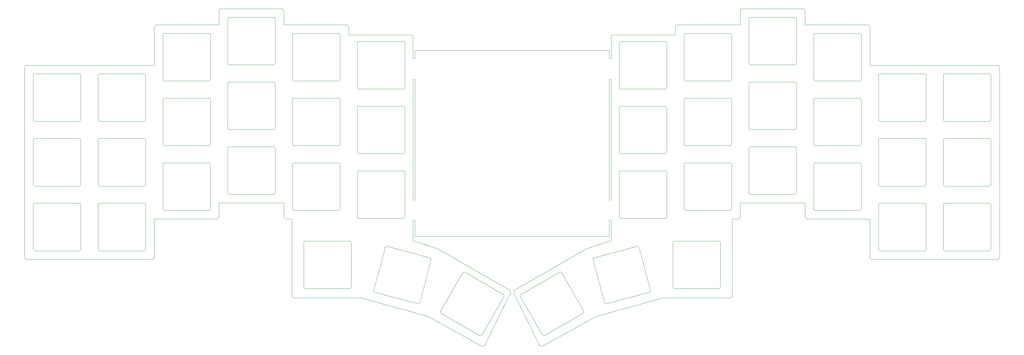
<source format=gbr>
%TF.GenerationSoftware,KiCad,Pcbnew,7.0.2-6a45011f42~172~ubuntu22.04.1*%
%TF.CreationDate,2023-05-03T16:23:02+02:00*%
%TF.ProjectId,plate,706c6174-652e-46b6-9963-61645f706362,rev?*%
%TF.SameCoordinates,Original*%
%TF.FileFunction,Profile,NP*%
%FSLAX46Y46*%
G04 Gerber Fmt 4.6, Leading zero omitted, Abs format (unit mm)*
G04 Created by KiCad (PCBNEW 7.0.2-6a45011f42~172~ubuntu22.04.1) date 2023-05-03 16:23:02*
%MOMM*%
%LPD*%
G01*
G04 APERTURE LIST*
%TA.AperFunction,Profile*%
%ADD10C,0.100000*%
%TD*%
%TA.AperFunction,Profile*%
%ADD11C,0.050000*%
%TD*%
G04 APERTURE END LIST*
D10*
X256287218Y-75834004D02*
G75*
G03*
X255691904Y-76429313I-118J-595196D01*
G01*
X197492723Y-124420417D02*
X198088036Y-124420413D01*
X159544073Y-68690240D02*
G75*
G03*
X158948692Y-68094927I-595273J40D01*
G01*
X312095328Y-68094926D02*
X294235936Y-68094929D01*
X331740658Y-84763692D02*
X331740655Y-73452745D01*
X312690621Y-129412165D02*
G75*
G03*
X313285955Y-130007479I595479J165D01*
G01*
X294235936Y-68094923D02*
G75*
G03*
X293640623Y-68690240I-136J-595177D01*
G01*
X255691904Y-76429313D02*
X255691905Y-82748509D01*
X293640623Y-68690240D02*
X293640621Y-72857433D01*
X196897410Y-75833996D02*
X178594023Y-75833998D01*
X291259369Y-152629373D02*
X291259370Y-130007481D01*
X197492723Y-136326677D02*
X197492724Y-130373547D01*
X159544007Y-125244976D02*
X159544006Y-129412165D01*
X331740665Y-73452745D02*
G75*
G03*
X331145344Y-72857435I-595265J45D01*
G01*
X312690641Y-72857431D02*
X312690637Y-68690242D01*
X234704634Y-167337840D02*
G75*
G03*
X235299951Y-167512199I446566J421240D01*
G01*
X312690639Y-125244973D02*
X312690637Y-129412165D01*
X248548149Y-138707931D02*
X227204062Y-150999028D01*
X197492724Y-88930884D02*
X198088037Y-88930880D01*
X122039285Y-72857474D02*
G75*
G03*
X121443974Y-73452746I-85J-595226D01*
G01*
X235299951Y-167512199D02*
X251373401Y-158582505D01*
X369840709Y-85359002D02*
G75*
G03*
X369245374Y-84763691I-595309J2D01*
G01*
X159544019Y-129412165D02*
G75*
G03*
X160139321Y-130007481I595281J-35D01*
G01*
X255096596Y-80367257D02*
X198088032Y-80367255D01*
X197492723Y-82748507D02*
X197492724Y-76429311D01*
X293045310Y-130007424D02*
G75*
G03*
X293640624Y-129412166I-110J595424D01*
G01*
X227204047Y-150999018D02*
G75*
G03*
X227116882Y-151804817I730953J-486682D01*
G01*
X198088032Y-80367255D02*
X198088036Y-82748503D01*
X161925258Y-130007481D02*
X161925258Y-152629372D01*
X161925314Y-152629372D02*
G75*
G03*
X162520571Y-153224686I595386J72D01*
G01*
X178594070Y-73452746D02*
G75*
G03*
X177998711Y-72857430I-595270J46D01*
G01*
X121443974Y-84763694D02*
X83939254Y-84763692D01*
X293640624Y-129412166D02*
X293640623Y-125244975D01*
X312690674Y-68690242D02*
G75*
G03*
X312095328Y-68094926I-595374J-58D01*
G01*
X369245374Y-84763691D02*
X331740658Y-84763692D01*
X140493991Y-72857433D02*
X122039285Y-72857431D01*
X159544008Y-72857436D02*
X159544006Y-68690240D01*
X291259370Y-130007481D02*
X293045310Y-130007477D01*
X140493992Y-125244975D02*
X159544007Y-125244976D01*
X158948692Y-68094927D02*
X141089302Y-68094929D01*
X293640623Y-125244975D02*
X312690639Y-125244973D01*
X198088037Y-135136051D02*
X198088037Y-130373543D01*
X290664058Y-153224669D02*
G75*
G03*
X291259369Y-152629373I42J595269D01*
G01*
X271018733Y-153224689D02*
X290664058Y-153224687D01*
X197492723Y-82748507D02*
X198088036Y-82748503D01*
X218479991Y-167337835D02*
X226067747Y-151804815D01*
X225980566Y-150999026D02*
X204636479Y-138707929D01*
X182165900Y-153224684D02*
X201811229Y-158582505D01*
X177998711Y-72857430D02*
X159544008Y-72857436D01*
X227116881Y-151804817D02*
X234704637Y-167337837D01*
X197492804Y-76429311D02*
G75*
G03*
X196897410Y-75833996I-595304J11D01*
G01*
X255096592Y-82748505D02*
X255096596Y-80367257D01*
X201811229Y-158582505D02*
X217884680Y-167512200D01*
X120848663Y-141913775D02*
G75*
G03*
X121443975Y-141318425I37J595275D01*
G01*
X251373401Y-158582505D02*
X271018733Y-153224689D01*
X226067727Y-151804807D02*
G75*
G03*
X225980565Y-150999026I-818127J319107D01*
G01*
X255091620Y-124420419D02*
X255686933Y-124420415D01*
X140493990Y-68690242D02*
X140493991Y-72857433D01*
X83343944Y-85359007D02*
X83343943Y-141318423D01*
X160139321Y-130007481D02*
X161925258Y-130007481D01*
X83343958Y-141318423D02*
G75*
G03*
X83939256Y-141913742I595242J-77D01*
G01*
X141089302Y-68094890D02*
G75*
G03*
X140493990Y-68690242I98J-595410D01*
G01*
X274590608Y-75833996D02*
X256287221Y-75833994D01*
X121443972Y-130007479D02*
X139898680Y-130007477D01*
X198088037Y-135136051D02*
X255091620Y-135136055D01*
X121443975Y-141318425D02*
X121443972Y-130007479D01*
X83939256Y-141913742D02*
X120848663Y-141913739D01*
X255686933Y-130373543D02*
X255691905Y-136326679D01*
X332335969Y-141913740D02*
X369245373Y-141913739D01*
X313285955Y-130007479D02*
X331740659Y-130007480D01*
X369840686Y-141318429D02*
X369840687Y-85359002D01*
X331740659Y-130007480D02*
X331740656Y-141318429D01*
X255091620Y-130373547D02*
X255686933Y-130373543D01*
X198088036Y-124420413D02*
X198088037Y-88930880D01*
X274590611Y-73452746D02*
X274590608Y-75833996D01*
X204636479Y-138707929D02*
X197492723Y-136326677D01*
X197492723Y-124420417D02*
X197492724Y-88930884D01*
X162520571Y-153224686D02*
X182165900Y-153224684D01*
X275185925Y-72857411D02*
G75*
G03*
X274590611Y-73452746I75J-595389D01*
G01*
X83939254Y-84763744D02*
G75*
G03*
X83343944Y-85359007I46J-595356D01*
G01*
X293640621Y-72857433D02*
X275185925Y-72857429D01*
X255091620Y-135136055D02*
X255091620Y-130373547D01*
X255091620Y-124420419D02*
X255091621Y-88930886D01*
X197492724Y-130373547D02*
X198088037Y-130373543D01*
X255091621Y-88930886D02*
X255686934Y-88930882D01*
X255096592Y-82748505D02*
X255691905Y-82748509D01*
X217884668Y-167512247D02*
G75*
G03*
X218479990Y-167337834I148732J595547D01*
G01*
X178594023Y-75833998D02*
X178594019Y-73452746D01*
X140493992Y-129412168D02*
X140493992Y-125244975D01*
X139898680Y-130007492D02*
G75*
G03*
X140493992Y-129412168I20J595292D01*
G01*
X255691905Y-136326679D02*
X248548149Y-138707931D01*
X121443974Y-73452746D02*
X121443974Y-84763694D01*
X331740660Y-141318429D02*
G75*
G03*
X332335969Y-141913740I595340J29D01*
G01*
X331145344Y-72857435D02*
X312690641Y-72857431D01*
X255686933Y-124420415D02*
X255686934Y-88930882D01*
X369245373Y-141913686D02*
G75*
G03*
X369840686Y-141318429I127J595186D01*
G01*
D11*
%TO.C,SW24*%
X189289753Y-138398392D02*
X185925105Y-150955428D01*
X186278659Y-151567800D02*
X198835695Y-154932448D01*
X202459161Y-141409486D02*
X189902125Y-138044838D01*
X199448067Y-154578894D02*
X202812715Y-142021858D01*
X189902125Y-138044839D02*
G75*
G03*
X189289754Y-138398392I-129409J-482962D01*
G01*
X185928065Y-150955065D02*
G75*
G03*
X186281617Y-151567437I482963J-129409D01*
G01*
X202812714Y-142021858D02*
G75*
G03*
X202459161Y-141409487I-482962J129409D01*
G01*
X198835695Y-154932447D02*
G75*
G03*
X199448066Y-154578894I129409J482962D01*
G01*
%TO.C,SW8*%
X104918911Y-106813645D02*
X104918911Y-119813645D01*
X105418911Y-120313645D02*
X118418911Y-120313645D01*
X118418911Y-106313645D02*
X105418911Y-106313645D01*
X118918911Y-119813645D02*
X118918911Y-106813645D01*
X105418911Y-106313645D02*
G75*
G03*
X104918911Y-106813645I1J-500001D01*
G01*
X104921675Y-119812529D02*
G75*
G03*
X105421675Y-120312529I500001J1D01*
G01*
X118918911Y-106813645D02*
G75*
G03*
X118418911Y-106313645I-500000J0D01*
G01*
X118418911Y-120313645D02*
G75*
G03*
X118918911Y-119813645I0J500000D01*
G01*
%TO.C,SW28*%
X296165603Y-71138690D02*
X296165603Y-84138690D01*
X296665603Y-84638690D02*
X309665603Y-84638690D01*
X309665603Y-70638690D02*
X296665603Y-70638690D01*
X310165603Y-84138690D02*
X310165603Y-71138690D01*
X296665603Y-70638690D02*
G75*
G03*
X296165603Y-71138690I1J-500001D01*
G01*
X296168367Y-84137574D02*
G75*
G03*
X296668367Y-84637574I500001J1D01*
G01*
X310165603Y-71138690D02*
G75*
G03*
X309665603Y-70638690I-500000J0D01*
G01*
X309665603Y-84638690D02*
G75*
G03*
X310165603Y-84138690I0J500000D01*
G01*
%TO.C,SW47*%
X353315599Y-125863727D02*
X353315599Y-138863727D01*
X353815599Y-139363727D02*
X366815599Y-139363727D01*
X366815599Y-125363727D02*
X353815599Y-125363727D01*
X367315599Y-138863727D02*
X367315599Y-125863727D01*
X353815599Y-125363727D02*
G75*
G03*
X353315599Y-125863727I1J-500001D01*
G01*
X353318363Y-138862611D02*
G75*
G03*
X353818363Y-139362611I500001J1D01*
G01*
X367315599Y-125863727D02*
G75*
G03*
X366815599Y-125363727I-500000J0D01*
G01*
X366815599Y-139363727D02*
G75*
G03*
X367315599Y-138863727I0J500000D01*
G01*
%TO.C,SW38*%
X353315599Y-106813706D02*
X353315599Y-119813706D01*
X353815599Y-120313706D02*
X366815599Y-120313706D01*
X366815599Y-106313706D02*
X353815599Y-106313706D01*
X367315599Y-119813706D02*
X367315599Y-106813706D01*
X353815599Y-106313706D02*
G75*
G03*
X353315599Y-106813706I1J-500001D01*
G01*
X353318363Y-119812590D02*
G75*
G03*
X353818363Y-120312590I500001J1D01*
G01*
X367315599Y-106813706D02*
G75*
G03*
X366815599Y-106313706I-500000J0D01*
G01*
X366815599Y-120313706D02*
G75*
G03*
X367315599Y-119813706I0J500000D01*
G01*
%TO.C,SW37*%
X334265599Y-106813707D02*
X334265599Y-119813707D01*
X334765599Y-120313707D02*
X347765599Y-120313707D01*
X347765599Y-106313707D02*
X334765599Y-106313707D01*
X348265599Y-119813707D02*
X348265599Y-106813707D01*
X334765599Y-106313707D02*
G75*
G03*
X334265599Y-106813707I1J-500001D01*
G01*
X334268363Y-119812591D02*
G75*
G03*
X334768363Y-120312591I500001J1D01*
G01*
X348265599Y-106813707D02*
G75*
G03*
X347765599Y-106313707I-500000J0D01*
G01*
X347765599Y-120313707D02*
G75*
G03*
X348265599Y-119813707I0J500000D01*
G01*
%TO.C,SW50*%
X273815601Y-136988722D02*
X273815601Y-149988722D01*
X274315601Y-150488722D02*
X287315601Y-150488722D01*
X287315601Y-136488722D02*
X274315601Y-136488722D01*
X287815601Y-149988722D02*
X287815601Y-136988722D01*
X274315601Y-136488722D02*
G75*
G03*
X273815601Y-136988722I1J-500001D01*
G01*
X273818365Y-149987606D02*
G75*
G03*
X274318365Y-150487606I500001J1D01*
G01*
X287815601Y-136988722D02*
G75*
G03*
X287315601Y-136488722I-500000J0D01*
G01*
X287315601Y-150488722D02*
G75*
G03*
X287815601Y-149988722I0J500000D01*
G01*
%TO.C,SW46*%
X334265600Y-125863723D02*
X334265600Y-138863723D01*
X334765600Y-139363723D02*
X347765600Y-139363723D01*
X347765600Y-125363723D02*
X334765600Y-125363723D01*
X348265600Y-138863723D02*
X348265600Y-125863723D01*
X334765600Y-125363723D02*
G75*
G03*
X334265600Y-125863723I1J-500001D01*
G01*
X334268364Y-138862607D02*
G75*
G03*
X334768364Y-139362607I500001J1D01*
G01*
X348265600Y-125863723D02*
G75*
G03*
X347765600Y-125363723I-500000J0D01*
G01*
X347765600Y-139363723D02*
G75*
G03*
X348265600Y-138863723I0J500000D01*
G01*
%TO.C,SW17*%
X143018909Y-109238642D02*
X143018909Y-122238642D01*
X143518909Y-122738642D02*
X156518909Y-122738642D01*
X156518909Y-108738642D02*
X143518909Y-108738642D01*
X157018909Y-122238642D02*
X157018909Y-109238642D01*
X143518909Y-108738642D02*
G75*
G03*
X143018909Y-109238642I1J-500001D01*
G01*
X143021673Y-122237526D02*
G75*
G03*
X143521673Y-122737526I500001J1D01*
G01*
X157018909Y-109238642D02*
G75*
G03*
X156518909Y-108738642I-500000J0D01*
G01*
X156518909Y-122738642D02*
G75*
G03*
X157018909Y-122238642I0J500000D01*
G01*
%TO.C,SW33*%
X258065598Y-97313709D02*
X258065598Y-110313709D01*
X258565598Y-110813709D02*
X271565598Y-110813709D01*
X271565598Y-96813709D02*
X258565598Y-96813709D01*
X272065598Y-110313709D02*
X272065598Y-97313709D01*
X258565598Y-96813709D02*
G75*
G03*
X258065598Y-97313709I1J-500001D01*
G01*
X258068362Y-110312593D02*
G75*
G03*
X258568362Y-110812593I500001J1D01*
G01*
X272065598Y-97313709D02*
G75*
G03*
X271565598Y-96813709I-500000J0D01*
G01*
X271565598Y-110813709D02*
G75*
G03*
X272065598Y-110313709I0J500000D01*
G01*
%TO.C,SW34*%
X277115599Y-94938709D02*
X277115599Y-107938709D01*
X277615599Y-108438709D02*
X290615599Y-108438709D01*
X290615599Y-94438709D02*
X277615599Y-94438709D01*
X291115599Y-107938709D02*
X291115599Y-94938709D01*
X277615599Y-94438709D02*
G75*
G03*
X277115599Y-94938709I1J-500001D01*
G01*
X277118363Y-107937593D02*
G75*
G03*
X277618363Y-108437593I500001J1D01*
G01*
X291115599Y-94938709D02*
G75*
G03*
X290615599Y-94438709I-500000J0D01*
G01*
X290615599Y-108438709D02*
G75*
G03*
X291115599Y-107938709I0J500000D01*
G01*
%TO.C,SW4*%
X143018910Y-71138643D02*
X143018910Y-84138643D01*
X143518910Y-84638643D02*
X156518910Y-84638643D01*
X156518910Y-70638643D02*
X143518910Y-70638643D01*
X157018910Y-84138643D02*
X157018910Y-71138643D01*
X143518910Y-70638643D02*
G75*
G03*
X143018910Y-71138643I1J-500001D01*
G01*
X143021674Y-84137527D02*
G75*
G03*
X143521674Y-84637527I500001J1D01*
G01*
X157018910Y-71138643D02*
G75*
G03*
X156518910Y-70638643I-500000J0D01*
G01*
X156518910Y-84638643D02*
G75*
G03*
X157018910Y-84138643I0J500000D01*
G01*
%TO.C,SW16*%
X123968907Y-113988648D02*
X123968907Y-126988648D01*
X124468907Y-127488648D02*
X137468907Y-127488648D01*
X137468907Y-113488648D02*
X124468907Y-113488648D01*
X137968907Y-126988648D02*
X137968907Y-113988648D01*
X124468907Y-113488648D02*
G75*
G03*
X123968907Y-113988648I1J-500001D01*
G01*
X123971671Y-126987532D02*
G75*
G03*
X124471671Y-127487532I500001J1D01*
G01*
X137968907Y-113988648D02*
G75*
G03*
X137468907Y-113488648I-500000J0D01*
G01*
X137468907Y-127488648D02*
G75*
G03*
X137968907Y-126988648I0J500000D01*
G01*
%TO.C,SW2*%
X104918911Y-87763644D02*
X104918911Y-100763644D01*
X105418911Y-101263644D02*
X118418911Y-101263644D01*
X118418911Y-87263644D02*
X105418911Y-87263644D01*
X118918911Y-100763644D02*
X118918911Y-87763644D01*
X105418911Y-87263644D02*
G75*
G03*
X104918911Y-87763644I1J-500001D01*
G01*
X104921675Y-100762528D02*
G75*
G03*
X105421675Y-101262528I500001J1D01*
G01*
X118918911Y-87763644D02*
G75*
G03*
X118418911Y-87263644I-500000J0D01*
G01*
X118418911Y-101263644D02*
G75*
G03*
X118918911Y-100763644I0J500000D01*
G01*
%TO.C,SW30*%
X334265597Y-87763692D02*
X334265597Y-100763692D01*
X334765597Y-101263692D02*
X347765597Y-101263692D01*
X347765597Y-87263692D02*
X334765597Y-87263692D01*
X348265597Y-100763692D02*
X348265597Y-87763692D01*
X334765597Y-87263692D02*
G75*
G03*
X334265597Y-87763692I1J-500001D01*
G01*
X334268361Y-100762576D02*
G75*
G03*
X334768361Y-101262576I500001J1D01*
G01*
X348265597Y-87763692D02*
G75*
G03*
X347765597Y-87263692I-500000J0D01*
G01*
X347765597Y-101263692D02*
G75*
G03*
X348265597Y-100763692I0J500000D01*
G01*
%TO.C,SW18*%
X162068911Y-113988643D02*
X162068911Y-126988643D01*
X162568911Y-127488643D02*
X175568911Y-127488643D01*
X175568911Y-113488643D02*
X162568911Y-113488643D01*
X176068911Y-126988643D02*
X176068911Y-113988643D01*
X162568911Y-113488643D02*
G75*
G03*
X162068911Y-113988643I1J-500001D01*
G01*
X162071675Y-126987527D02*
G75*
G03*
X162571675Y-127487527I500001J1D01*
G01*
X176068911Y-113988643D02*
G75*
G03*
X175568911Y-113488643I-500000J0D01*
G01*
X175568911Y-127488643D02*
G75*
G03*
X176068911Y-126988643I0J500000D01*
G01*
%TO.C,SW1*%
X85868911Y-87763643D02*
X85868911Y-100763643D01*
X86368911Y-101263643D02*
X99368911Y-101263643D01*
X99368911Y-87263643D02*
X86368911Y-87263643D01*
X99868911Y-100763643D02*
X99868911Y-87763643D01*
X86368911Y-87263643D02*
G75*
G03*
X85868911Y-87763643I1J-500001D01*
G01*
X85871675Y-100762527D02*
G75*
G03*
X86371675Y-101262527I500001J1D01*
G01*
X99868911Y-87763643D02*
G75*
G03*
X99368911Y-87263643I-500000J0D01*
G01*
X99368911Y-101263643D02*
G75*
G03*
X99868911Y-100763643I0J500000D01*
G01*
%TO.C,SW14*%
X85868907Y-125863645D02*
X85868907Y-138863645D01*
X86368907Y-139363645D02*
X99368907Y-139363645D01*
X99368907Y-125363645D02*
X86368907Y-125363645D01*
X99868907Y-138863645D02*
X99868907Y-125863645D01*
X86368907Y-125363645D02*
G75*
G03*
X85868907Y-125863645I1J-500001D01*
G01*
X85871671Y-138862529D02*
G75*
G03*
X86371671Y-139362529I500001J1D01*
G01*
X99868907Y-125863645D02*
G75*
G03*
X99368907Y-125363645I-500000J0D01*
G01*
X99368907Y-139363645D02*
G75*
G03*
X99868907Y-138863645I0J500000D01*
G01*
%TO.C,SW29*%
X315215594Y-75888691D02*
X315215594Y-88888691D01*
X315715594Y-89388691D02*
X328715594Y-89388691D01*
X328715594Y-75388691D02*
X315715594Y-75388691D01*
X329215594Y-88888691D02*
X329215594Y-75888691D01*
X315715594Y-75388691D02*
G75*
G03*
X315215594Y-75888691I1J-500001D01*
G01*
X315218358Y-88887575D02*
G75*
G03*
X315718358Y-89387575I500001J1D01*
G01*
X329215594Y-75888691D02*
G75*
G03*
X328715594Y-75388691I-500000J0D01*
G01*
X328715594Y-89388691D02*
G75*
G03*
X329215594Y-88888691I0J500000D01*
G01*
%TO.C,SW31*%
X353315598Y-87763691D02*
X353315598Y-100763691D01*
X353815598Y-101263691D02*
X366815598Y-101263691D01*
X366815598Y-87263691D02*
X353815598Y-87263691D01*
X367315598Y-100763691D02*
X367315598Y-87763691D01*
X353815598Y-87263691D02*
G75*
G03*
X353315598Y-87763691I1J-500001D01*
G01*
X353318362Y-100762575D02*
G75*
G03*
X353818362Y-101262575I500001J1D01*
G01*
X367315598Y-87763691D02*
G75*
G03*
X366815598Y-87263691I-500000J0D01*
G01*
X366815598Y-101263691D02*
G75*
G03*
X367315598Y-100763691I0J500000D01*
G01*
%TO.C,SW12*%
X181118910Y-97313647D02*
X181118910Y-110313647D01*
X181618910Y-110813647D02*
X194618910Y-110813647D01*
X194618910Y-96813647D02*
X181618910Y-96813647D01*
X195118910Y-110313647D02*
X195118910Y-97313647D01*
X181618910Y-96813647D02*
G75*
G03*
X181118910Y-97313647I1J-500001D01*
G01*
X181121674Y-110312531D02*
G75*
G03*
X181621674Y-110812531I500001J1D01*
G01*
X195118910Y-97313647D02*
G75*
G03*
X194618910Y-96813647I-500000J0D01*
G01*
X194618910Y-110813647D02*
G75*
G03*
X195118910Y-110313647I0J500000D01*
G01*
%TO.C,SW45*%
X315215598Y-113988726D02*
X315215598Y-126988726D01*
X315715598Y-127488726D02*
X328715598Y-127488726D01*
X328715598Y-113488726D02*
X315715598Y-113488726D01*
X329215598Y-126988726D02*
X329215598Y-113988726D01*
X315715598Y-113488726D02*
G75*
G03*
X315215598Y-113988726I1J-500001D01*
G01*
X315218362Y-126987610D02*
G75*
G03*
X315718362Y-127487610I500001J1D01*
G01*
X329215598Y-113988726D02*
G75*
G03*
X328715598Y-113488726I-500000J0D01*
G01*
X328715598Y-127488726D02*
G75*
G03*
X329215598Y-126988726I0J500000D01*
G01*
%TO.C,SW42*%
X258065597Y-116363723D02*
X258065597Y-129363723D01*
X258565597Y-129863723D02*
X271565597Y-129863723D01*
X271565597Y-115863723D02*
X258565597Y-115863723D01*
X272065597Y-129363723D02*
X272065597Y-116363723D01*
X258565597Y-115863723D02*
G75*
G03*
X258065597Y-116363723I1J-500001D01*
G01*
X258068361Y-129362607D02*
G75*
G03*
X258568361Y-129862607I500001J1D01*
G01*
X272065597Y-116363723D02*
G75*
G03*
X271565597Y-115863723I-500000J0D01*
G01*
X271565597Y-129863723D02*
G75*
G03*
X272065597Y-129363723I0J500000D01*
G01*
%TO.C,SW11*%
X162068911Y-94938643D02*
X162068911Y-107938643D01*
X162568911Y-108438643D02*
X175568911Y-108438643D01*
X175568911Y-94438643D02*
X162568911Y-94438643D01*
X176068911Y-107938643D02*
X176068911Y-94938643D01*
X162568911Y-94438643D02*
G75*
G03*
X162068911Y-94938643I1J-500001D01*
G01*
X162071675Y-107937527D02*
G75*
G03*
X162571675Y-108437527I500001J1D01*
G01*
X176068911Y-94938643D02*
G75*
G03*
X175568911Y-94438643I-500000J0D01*
G01*
X175568911Y-108438643D02*
G75*
G03*
X176068911Y-107938643I0J500000D01*
G01*
%TO.C,SW15*%
X104918909Y-125863644D02*
X104918909Y-138863644D01*
X105418909Y-139363644D02*
X118418909Y-139363644D01*
X118418909Y-125363644D02*
X105418909Y-125363644D01*
X118918909Y-138863644D02*
X118918909Y-125863644D01*
X105418909Y-125363644D02*
G75*
G03*
X104918909Y-125863644I1J-500001D01*
G01*
X104921673Y-138862528D02*
G75*
G03*
X105421673Y-139362528I500001J1D01*
G01*
X118918909Y-125863644D02*
G75*
G03*
X118418909Y-125363644I-500000J0D01*
G01*
X118418909Y-139363644D02*
G75*
G03*
X118918909Y-138863644I0J500000D01*
G01*
%TO.C,SW35*%
X296165600Y-90188706D02*
X296165600Y-103188706D01*
X296665600Y-103688706D02*
X309665600Y-103688706D01*
X309665600Y-89688706D02*
X296665600Y-89688706D01*
X310165600Y-103188706D02*
X310165600Y-90188706D01*
X296665600Y-89688706D02*
G75*
G03*
X296165600Y-90188706I1J-500001D01*
G01*
X296168364Y-103187590D02*
G75*
G03*
X296668364Y-103687590I500001J1D01*
G01*
X310165600Y-90188706D02*
G75*
G03*
X309665600Y-89688706I-500000J0D01*
G01*
X309665600Y-103688706D02*
G75*
G03*
X310165600Y-103188706I0J500000D01*
G01*
%TO.C,SW19*%
X181118909Y-116363643D02*
X181118909Y-129363643D01*
X181618909Y-129863643D02*
X194618909Y-129863643D01*
X194618909Y-115863643D02*
X181618909Y-115863643D01*
X195118909Y-129363643D02*
X195118909Y-116363643D01*
X181618909Y-115863643D02*
G75*
G03*
X181118909Y-116363643I1J-500001D01*
G01*
X181121673Y-129362527D02*
G75*
G03*
X181621673Y-129862527I500001J1D01*
G01*
X195118909Y-116363643D02*
G75*
G03*
X194618909Y-115863643I-500000J0D01*
G01*
X194618909Y-129863643D02*
G75*
G03*
X195118909Y-129363643I0J500000D01*
G01*
%TO.C,SW25*%
X212056733Y-145859480D02*
X205556733Y-157117810D01*
X205739746Y-157800823D02*
X216998076Y-164300823D01*
X223998076Y-152176467D02*
X212739746Y-145676467D01*
X217681089Y-164117810D02*
X224181089Y-152859480D01*
X212739745Y-145676468D02*
G75*
G03*
X212056734Y-145859480I-249999J-433013D01*
G01*
X205559686Y-157118226D02*
G75*
G03*
X205742698Y-157801237I433013J-249999D01*
G01*
X224181089Y-152859480D02*
G75*
G03*
X223998076Y-152176467I-433013J250000D01*
G01*
X216998076Y-164300823D02*
G75*
G03*
X217681089Y-164117810I250000J433013D01*
G01*
%TO.C,SW9*%
X123968909Y-94938643D02*
X123968909Y-107938643D01*
X124468909Y-108438643D02*
X137468909Y-108438643D01*
X137468909Y-94438643D02*
X124468909Y-94438643D01*
X137968909Y-107938643D02*
X137968909Y-94938643D01*
X124468909Y-94438643D02*
G75*
G03*
X123968909Y-94938643I1J-500001D01*
G01*
X123971673Y-107937527D02*
G75*
G03*
X124471673Y-108437527I500001J1D01*
G01*
X137968909Y-94938643D02*
G75*
G03*
X137468909Y-94438643I-500000J0D01*
G01*
X137468909Y-108438643D02*
G75*
G03*
X137968909Y-107938643I0J500000D01*
G01*
%TO.C,SW48*%
X229003421Y-152859560D02*
X235503421Y-164117890D01*
X236186434Y-164300903D02*
X247444764Y-157800903D01*
X240444764Y-145676547D02*
X229186434Y-152176547D01*
X247627777Y-157117890D02*
X241127777Y-145859560D01*
X229186434Y-152176547D02*
G75*
G03*
X229003421Y-152859560I250001J-433013D01*
G01*
X235505257Y-164115542D02*
G75*
G03*
X236188270Y-164298554I433013J250002D01*
G01*
X241127777Y-145859560D02*
G75*
G03*
X240444764Y-145676547I-433013J-250000D01*
G01*
X247444764Y-157800903D02*
G75*
G03*
X247627777Y-157117890I-250000J433013D01*
G01*
%TO.C,SW43*%
X277115601Y-113988723D02*
X277115601Y-126988723D01*
X277615601Y-127488723D02*
X290615601Y-127488723D01*
X290615601Y-113488723D02*
X277615601Y-113488723D01*
X291115601Y-126988723D02*
X291115601Y-113988723D01*
X277615601Y-113488723D02*
G75*
G03*
X277115601Y-113988723I1J-500001D01*
G01*
X277118365Y-126987607D02*
G75*
G03*
X277618365Y-127487607I500001J1D01*
G01*
X291115601Y-113988723D02*
G75*
G03*
X290615601Y-113488723I-500000J0D01*
G01*
X290615601Y-127488723D02*
G75*
G03*
X291115601Y-126988723I0J500000D01*
G01*
%TO.C,SW7*%
X85868911Y-106813642D02*
X85868911Y-119813642D01*
X86368911Y-120313642D02*
X99368911Y-120313642D01*
X99368911Y-106313642D02*
X86368911Y-106313642D01*
X99868911Y-119813642D02*
X99868911Y-106813642D01*
X86368911Y-106313642D02*
G75*
G03*
X85868911Y-106813642I1J-500001D01*
G01*
X85871675Y-119812526D02*
G75*
G03*
X86371675Y-120312526I500001J1D01*
G01*
X99868911Y-106813642D02*
G75*
G03*
X99368911Y-106313642I-500000J0D01*
G01*
X99368911Y-120313642D02*
G75*
G03*
X99868911Y-119813642I0J500000D01*
G01*
%TO.C,SW44*%
X296165601Y-109238727D02*
X296165601Y-122238727D01*
X296665601Y-122738727D02*
X309665601Y-122738727D01*
X309665601Y-108738727D02*
X296665601Y-108738727D01*
X310165601Y-122238727D02*
X310165601Y-109238727D01*
X296665601Y-108738727D02*
G75*
G03*
X296165601Y-109238727I1J-500001D01*
G01*
X296168365Y-122237611D02*
G75*
G03*
X296668365Y-122737611I500001J1D01*
G01*
X310165601Y-109238727D02*
G75*
G03*
X309665601Y-108738727I-500000J0D01*
G01*
X309665601Y-122738727D02*
G75*
G03*
X310165601Y-122238727I0J500000D01*
G01*
%TO.C,SW10*%
X143018910Y-90188646D02*
X143018910Y-103188646D01*
X143518910Y-103688646D02*
X156518910Y-103688646D01*
X156518910Y-89688646D02*
X143518910Y-89688646D01*
X157018910Y-103188646D02*
X157018910Y-90188646D01*
X143518910Y-89688646D02*
G75*
G03*
X143018910Y-90188646I1J-500001D01*
G01*
X143021674Y-103187530D02*
G75*
G03*
X143521674Y-103687530I500001J1D01*
G01*
X157018910Y-90188646D02*
G75*
G03*
X156518910Y-89688646I-500000J0D01*
G01*
X156518910Y-103688646D02*
G75*
G03*
X157018910Y-103188646I0J500000D01*
G01*
%TO.C,SW27*%
X277115600Y-75888691D02*
X277115600Y-88888691D01*
X277615600Y-89388691D02*
X290615600Y-89388691D01*
X290615600Y-75388691D02*
X277615600Y-75388691D01*
X291115600Y-88888691D02*
X291115600Y-75888691D01*
X277615600Y-75388691D02*
G75*
G03*
X277115600Y-75888691I1J-500001D01*
G01*
X277118364Y-88887575D02*
G75*
G03*
X277618364Y-89387575I500001J1D01*
G01*
X291115600Y-75888691D02*
G75*
G03*
X290615600Y-75388691I-500000J0D01*
G01*
X290615600Y-89388691D02*
G75*
G03*
X291115600Y-88888691I0J500000D01*
G01*
%TO.C,SW6*%
X181118908Y-78263642D02*
X181118908Y-91263642D01*
X181618908Y-91763642D02*
X194618908Y-91763642D01*
X194618908Y-77763642D02*
X181618908Y-77763642D01*
X195118908Y-91263642D02*
X195118908Y-78263642D01*
X181618908Y-77763642D02*
G75*
G03*
X181118908Y-78263642I1J-500001D01*
G01*
X181121672Y-91262526D02*
G75*
G03*
X181621672Y-91762526I500001J1D01*
G01*
X195118908Y-78263642D02*
G75*
G03*
X194618908Y-77763642I-500000J0D01*
G01*
X194618908Y-91763642D02*
G75*
G03*
X195118908Y-91263642I0J500000D01*
G01*
%TO.C,SW36*%
X315215600Y-94938706D02*
X315215600Y-107938706D01*
X315715600Y-108438706D02*
X328715600Y-108438706D01*
X328715600Y-94438706D02*
X315715600Y-94438706D01*
X329215600Y-107938706D02*
X329215600Y-94938706D01*
X315715600Y-94438706D02*
G75*
G03*
X315215600Y-94938706I1J-500001D01*
G01*
X315218364Y-107937590D02*
G75*
G03*
X315718364Y-108437590I500001J1D01*
G01*
X329215600Y-94938706D02*
G75*
G03*
X328715600Y-94438706I-500000J0D01*
G01*
X328715600Y-108438706D02*
G75*
G03*
X329215600Y-107938706I0J500000D01*
G01*
%TO.C,SW26*%
X258065599Y-78263691D02*
X258065599Y-91263691D01*
X258565599Y-91763691D02*
X271565599Y-91763691D01*
X271565599Y-77763691D02*
X258565599Y-77763691D01*
X272065599Y-91263691D02*
X272065599Y-78263691D01*
X258565599Y-77763691D02*
G75*
G03*
X258065599Y-78263691I1J-500001D01*
G01*
X258068363Y-91262575D02*
G75*
G03*
X258568363Y-91762575I500001J1D01*
G01*
X272065599Y-78263691D02*
G75*
G03*
X271565599Y-77763691I-500000J0D01*
G01*
X271565599Y-91763691D02*
G75*
G03*
X272065599Y-91263691I0J500000D01*
G01*
%TO.C,SW49*%
X250371795Y-142021938D02*
X253736443Y-154578974D01*
X254348815Y-154932528D02*
X266905851Y-151567880D01*
X263282385Y-138044918D02*
X250725349Y-141409566D01*
X267259405Y-150955508D02*
X263894757Y-138398472D01*
X250725349Y-141409567D02*
G75*
G03*
X250371796Y-142021938I129409J-482962D01*
G01*
X253738825Y-154577181D02*
G75*
G03*
X254351196Y-154930733I482963J129411D01*
G01*
X263894756Y-138398472D02*
G75*
G03*
X263282385Y-138044919I-482962J-129409D01*
G01*
X266905851Y-151567879D02*
G75*
G03*
X267259404Y-150955508I-129409J482962D01*
G01*
%TO.C,SW5*%
X162068907Y-75888643D02*
X162068907Y-88888643D01*
X162568907Y-89388643D02*
X175568907Y-89388643D01*
X175568907Y-75388643D02*
X162568907Y-75388643D01*
X176068907Y-88888643D02*
X176068907Y-75888643D01*
X162568907Y-75388643D02*
G75*
G03*
X162068907Y-75888643I1J-500001D01*
G01*
X162071671Y-88887527D02*
G75*
G03*
X162571671Y-89387527I500001J1D01*
G01*
X176068907Y-75888643D02*
G75*
G03*
X175568907Y-75388643I-500000J0D01*
G01*
X175568907Y-89388643D02*
G75*
G03*
X176068907Y-88888643I0J500000D01*
G01*
%TO.C,SW23*%
X165368907Y-136988644D02*
X165368907Y-149988644D01*
X165868907Y-150488644D02*
X178868907Y-150488644D01*
X178868907Y-136488644D02*
X165868907Y-136488644D01*
X179368907Y-149988644D02*
X179368907Y-136988644D01*
X165868907Y-136488644D02*
G75*
G03*
X165368907Y-136988644I1J-500001D01*
G01*
X165371671Y-149987528D02*
G75*
G03*
X165871671Y-150487528I500001J1D01*
G01*
X179368907Y-136988644D02*
G75*
G03*
X178868907Y-136488644I-500000J0D01*
G01*
X178868907Y-150488644D02*
G75*
G03*
X179368907Y-149988644I0J500000D01*
G01*
%TO.C,SW3*%
X123968909Y-75888644D02*
X123968909Y-88888644D01*
X124468909Y-89388644D02*
X137468909Y-89388644D01*
X137468909Y-75388644D02*
X124468909Y-75388644D01*
X137968909Y-88888644D02*
X137968909Y-75888644D01*
X124468909Y-75388644D02*
G75*
G03*
X123968909Y-75888644I1J-500001D01*
G01*
X123971673Y-88887528D02*
G75*
G03*
X124471673Y-89387528I500001J1D01*
G01*
X137968909Y-75888644D02*
G75*
G03*
X137468909Y-75388644I-500000J0D01*
G01*
X137468909Y-89388644D02*
G75*
G03*
X137968909Y-88888644I0J500000D01*
G01*
%TD*%
M02*

</source>
